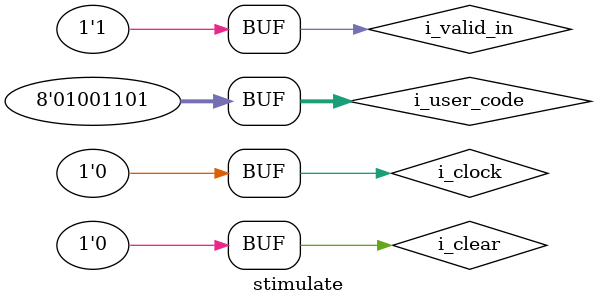
<source format=v>
`timescale 1ns / 1ps


module stimulate;

	// Inputs
	reg i_clock;
	reg [7:0] i_user_code;
	reg i_clear;
	reg i_valid_in;

	// Outputs
	wire o_lock;
	wire o_acess_grant;

	// Instantiate the Unit Under Test (UUT)
	code_check uut (
		.i_clock(i_clock), 
		.i_user_code(i_user_code), 
		.i_clear(i_clear), 
		.i_valid_in(i_valid_in), 
		.o_lock(o_lock), 
		.o_acess_grant(o_acess_grant)
	);

	initial begin
		i_clock = 1 ; 
		#10 
		i_clear = 1 ; 
		#40 
		i_clock = 0 ; 
		#50  
		i_clock = 1 ;
      #10 
      i_clear= 0 ; 
      #40 
      i_clock=0 ; 
		#50 
		i_clock= 1 ; 
		#10
		i_valid_in = 1; 
      i_user_code = 8'b01001101 ; /*valid input */ 
      #40 
      i_clock = 0 ; 
      #50 
      i_clock =1;
      #10 
      i_valid_in = 1 ;
      i_user_code =  8'b01000101 ;/*1st wrong input */
      #40 
      i_clock = 0 ;
      #50 
      i_clock = 1 ;
      #10
		i_valid_in = 1; 
      i_user_code = 8'b01000101 ;/*2nd wrong input */ 
		#40 
      i_clock = 0 ; 
      #50 
      i_clock =1;
      #10 
      i_valid_in = 1 ;
      i_user_code =  8'b01001101 ;/*valid input*/  
      #40 
      i_clock = 0 ;
      #50 
      i_clock = 1 ;
      #10
		i_valid_in = 1; 
      i_user_code = 8'b01000101 ; /*1st wrong input */
		#40 
      i_clock = 0 ; 
      #50 
      i_clock =1;
      #10 
      i_valid_in = 1 ;
      i_user_code = 8'b01000101 ;/*2nd wrong input*/
      #40 
      i_clock = 0 ;
      #50 
      i_clock = 1 ;
      #10
		i_valid_in = 1; 
      i_user_code = 8'b01000101; /*3rd wrong input */
		#40 
      i_clock = 0 ; 
      #50 
      i_clock =1;
      #10 
      i_valid_in = 1 ;
      i_user_code =  8'b01000101;/*4th wrong input*/
      #40 
      i_clock = 0 ;
      #50 
      i_clock = 1 ;
	   #50 
		i_clock = 0 ;
		#50
		i_clock=1; 
		#20 
		i_valid_in = 1  ;
      i_user_code = 8'b01001101 ;		
      #30 
      i_clock = 0	;
      #50 
      i_clock = 1; 
      #50 
      i_clock = 0 ;
		#50
		i_clock = 1 ;
		i_valid_in = 0 ; 
		#10 
		i_clear = 1 ;
		#40
		i_clock = 0 ; 
		#50
		i_clock = 1 ; 
		#30
		i_clear = 0 ;
		#20
		i_clock=0 ;
		#50
		i_clock = 1 ; 
      #10 
      i_valid_in = 1	;
		i_user_code = 8'b01001101 ;
		#40
		i_clock = 0 ;  
		#50
		i_clock = 1 ; 
		#50
		i_clock =0 ;	

	end
      
endmodule


</source>
